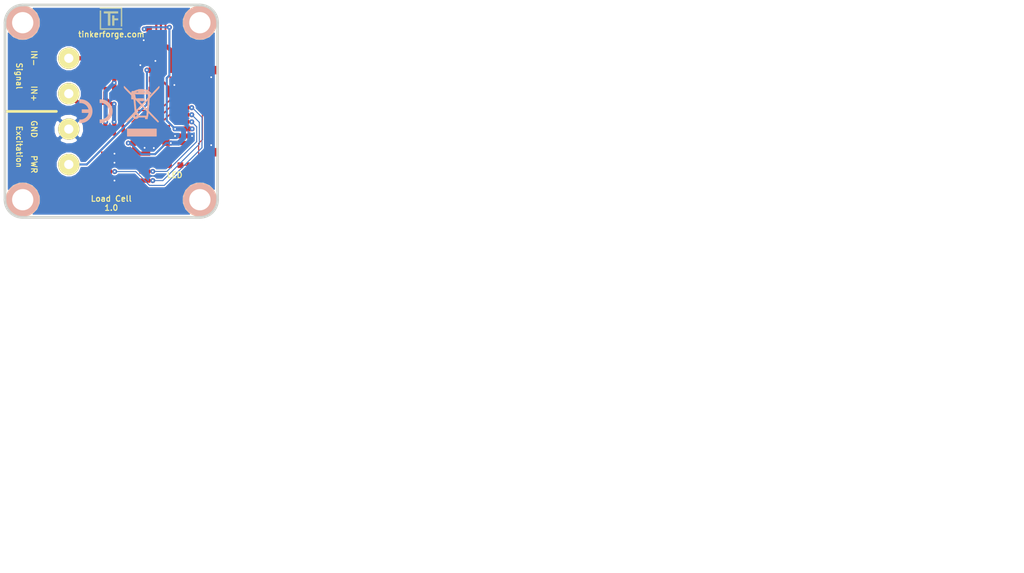
<source format=kicad_pcb>
(kicad_pcb (version 4) (host pcbnew 4.0.2+dfsg1-stable)
  (title_block (title "Analog Out Bricklet") (date "24 Feb 2015") (rev 2.0) (company "Tinkerforge GmbH") (comment 1 "Licensed under CERN OHL v.1.1") (comment 2 "Copyright (©) 2015, B.Nordmeyer <bastian@tinkerforge.com>"))
  (layers (0 Vorderseite signal) (31 Rückseite signal hide) (34 B.Paste user) (35 F.Paste user) (36 B.SilkS user) (37 F.SilkS user) (38 B.Mask user) (39 F.Mask user) (44 Edge.Cuts user))
  (net 0 "")
  (net 1 SCL)
  (net 2 SDA)
  (net 3 AGND)
  (net 4 3V3)
  (net 5 "Net-(P1-Pad6)")
  (net 6 "Net-(D1-Pad1)")
  (net 7 "Net-(P1-Pad7)")
  (net 8 "Net-(P1-Pad8)")
  (net 9 "Net-(P1-Pad9)")
  (net 10 "Net-(P1-Pad10)")
  (net 11 +5V)
  (net 12 "Net-(L1-Pad1)")
  (net 13 +5VA)
  (net 14 "Net-(P2-Pad1)")
  (net 15 "Net-(P2-Pad2)")
  (net 16 "Net-(P1-Pad1)")
  (net 17 "Net-(U1-Pad7)")
  (net 18 "Net-(U3-Pad2)")
  (net 19 "Net-(U3-Pad6)")
  (net 20 "Net-(U3-Pad13)")
  (module kicad-libraries:R0603 (layer Vorderseite) (at 164.9 107.7)
    (fp_text reference R1)
    (fp_text value 1k)
    (pad 1 smd rect (at -0.8001 0) (size 0.8001 0.8001) (layers Vorderseite F.Paste F.Mask) (net 6 "Net-(D1-Pad1)"))
    (pad 2 smd rect (at 0.8001 0) (size 0.8001 0.8001) (layers Vorderseite F.Paste F.Mask) (net 10 "Net-(P1-Pad10)"))
  )
  (module kicad-libraries:C0603 (layer Vorderseite) (at 160.85 94.275)
    (fp_text reference L2)
    (fp_text value FB0603-2)
    (pad 1 smd rect (at -0.8001 0) (size 0.8001 0.8001) (layers Vorderseite F.Paste F.Mask) (net 13 +5VA))
    (pad 2 smd rect (at 0.8001 0) (size 0.8001 0.8001) (layers Vorderseite F.Paste F.Mask) (net 11 +5V))
  )
  (module kicad-libraries:C0805 (layer Vorderseite) (at 159.725 86.675 180)
    (fp_text reference L1)
    (fp_text value 1µH)
    (pad 1 smd rect (at -1.00076 0 180) (size 1.00076 1.24968) (layers Vorderseite F.Paste F.Mask) (net 12 "Net-(L1-Pad1)") (clearance 0.14986))
    (pad 2 smd rect (at 1.00076 0 180) (size 1.00076 1.24968) (layers Vorderseite F.Paste F.Mask) (net 4 3V3) (clearance 0.14986))
  )
  (module kicad-libraries:C0603 (layer Vorderseite) (at 157.95 94.275 180)
    (fp_text reference C8)
    (fp_text value 1µF)
    (pad 1 smd rect (at -0.8001 0 180) (size 0.8001 0.8001) (layers Vorderseite F.Paste F.Mask) (net 13 +5VA))
    (pad 2 smd rect (at 0.8001 0 180) (size 0.8001 0.8001) (layers Vorderseite F.Paste F.Mask) (net 3 AGND))
  )
  (module kicad-libraries:C0603 (layer Vorderseite) (at 157.95 95.575 180)
    (fp_text reference C7)
    (fp_text value 100nF)
    (pad 1 smd rect (at -0.8001 0 180) (size 0.8001 0.8001) (layers Vorderseite F.Paste F.Mask) (net 13 +5VA))
    (pad 2 smd rect (at 0.8001 0 180) (size 0.8001 0.8001) (layers Vorderseite F.Paste F.Mask) (net 3 AGND))
  )
  (module kicad-libraries:C0603 (layer Vorderseite) (at 159.85 104.575)
    (fp_text reference C6)
    (fp_text value 100nF)
    (pad 1 smd rect (at -0.8001 0) (size 0.8001 0.8001) (layers Vorderseite F.Paste F.Mask) (net 3 AGND))
    (pad 2 smd rect (at 0.8001 0) (size 0.8001 0.8001) (layers Vorderseite F.Paste F.Mask) (net 4 3V3))
  )
  (module kicad-libraries:C0603 (layer Vorderseite) (at 160.85 95.575 180)
    (fp_text reference C5)
    (fp_text value 100nF)
    (pad 1 smd rect (at -0.8001 0 180) (size 0.8001 0.8001) (layers Vorderseite F.Paste F.Mask) (net 3 AGND))
    (pad 2 smd rect (at 0.8001 0 180) (size 0.8001 0.8001) (layers Vorderseite F.Paste F.Mask) (net 13 +5VA))
  )
  (module kicad-libraries:C0603 (layer Vorderseite) (at 160.85 92.975 180)
    (fp_text reference C4)
    (fp_text value 100nF)
    (pad 1 smd rect (at -0.8001 0 180) (size 0.8001 0.8001) (layers Vorderseite F.Paste F.Mask) (net 11 +5V))
    (pad 2 smd rect (at 0.8001 0 180) (size 0.8001 0.8001) (layers Vorderseite F.Paste F.Mask) (net 3 AGND))
  )
  (module kicad-libraries:C0603 (layer Vorderseite) (at 160.85 91.675)
    (fp_text reference C3)
    (fp_text value 4.7µF)
    (pad 1 smd rect (at -0.8001 0) (size 0.8001 0.8001) (layers Vorderseite F.Paste F.Mask) (net 3 AGND))
    (pad 2 smd rect (at 0.8001 0) (size 0.8001 0.8001) (layers Vorderseite F.Paste F.Mask) (net 11 +5V))
  )
  (module kicad-libraries:C0603 (layer Vorderseite) (at 156.95 104.575)
    (fp_text reference C2)
    (fp_text value 100nF)
    (pad 1 smd rect (at -0.8001 0) (size 0.8001 0.8001) (layers Vorderseite F.Paste F.Mask) (net 4 3V3))
    (pad 2 smd rect (at 0.8001 0) (size 0.8001 0.8001) (layers Vorderseite F.Paste F.Mask) (net 3 AGND))
  )
  (module kicad-libraries:C0603 (layer Vorderseite) (at 158.375 89.25 90)
    (fp_text reference C1)
    (fp_text value 2.2µF)
    (pad 1 smd rect (at -0.8001 0 90) (size 0.8001 0.8001) (layers Vorderseite F.Paste F.Mask) (net 3 AGND))
    (pad 2 smd rect (at 0.8001 0 90) (size 0.8001 0.8001) (layers Vorderseite F.Paste F.Mask) (net 4 3V3))
  )
  (module kicad-libraries:WEEE_7mm (layer Rückseite) (at 157.35 100.075 180)
    (fp_text reference G*** hide)
    (fp_text value LOGO hide)
  )
  (module kicad-libraries:Fiducial_Mark (layer Vorderseite) (at 160.55 113.575)
    (fp_text reference Fiducial_Mark hide)
    (fp_text value VAL** hide)
    (pad 1 smd circle (at 0 0) (size 1.00076 1.00076) (layers Vorderseite F.Paste F.Mask) (clearance 0.65024))
  )
  (module kicad-libraries:Fiducial_Mark (layer Vorderseite) (at 145.55 86.575)
    (fp_text reference Fiducial_Mark hide)
    (fp_text value VAL** hide)
    (pad 1 smd circle (at 0 0) (size 1.00076 1.00076) (layers Vorderseite F.Paste F.Mask) (clearance 0.65024))
  )
  (module kicad-libraries:DRILL_NP (layer Vorderseite) (at 165.55 87.575)
    (fp_text reference U7 hide)
    (fp_text value DRILL hide)
    (pad "" np_thru_hole circle (at 0 0) (size 2.99974 2.99974) (drill 2.99974) (layers *.Cu *.Mask F.SilkS) (clearance 0.89916))
  )
  (module kicad-libraries:DRILL_NP (layer Vorderseite) (at 140.55 87.575)
    (fp_text reference U6 hide)
    (fp_text value DRILL hide)
    (pad "" np_thru_hole circle (at 0 0) (size 2.99974 2.99974) (drill 2.99974) (layers *.Cu *.Mask F.SilkS) (clearance 0.89916))
  )
  (module kicad-libraries:DRILL_NP (layer Vorderseite) (at 140.55 112.575)
    (fp_text reference U5 hide)
    (fp_text value DRILL hide)
    (pad "" np_thru_hole circle (at 0 0) (size 2.99974 2.99974) (drill 2.99974) (layers *.Cu *.Mask F.SilkS) (clearance 0.89916))
  )
  (module kicad-libraries:DRILL_NP (layer Vorderseite) (at 165.55 112.575)
    (fp_text reference U4 hide)
    (fp_text value DRILL hide)
    (pad "" np_thru_hole circle (at 0 0) (size 2.99974 2.99974) (drill 2.99974) (layers *.Cu *.Mask F.SilkS) (clearance 0.89916))
  )
  (module kicad-libraries:SOIC8 (layer Vorderseite) (at 155.075 107.975 270)
    (fp_text reference U1)
    (fp_text value M24C64)
    (pad 1 smd rect (at -1.90246 2.69748 90) (size 0.59944 1.5494) (layers Vorderseite F.Paste F.Mask) (net 3 AGND))
    (pad 2 smd rect (at -0.63246 2.69748 90) (size 0.59944 1.5494) (layers Vorderseite F.Paste F.Mask) (net 3 AGND))
    (pad 3 smd rect (at 0.63246 2.69748 90) (size 0.59944 1.5494) (layers Vorderseite F.Paste F.Mask) (net 5 "Net-(P1-Pad6)"))
    (pad 4 smd rect (at 1.90246 2.69748 90) (size 0.59944 1.5494) (layers Vorderseite F.Paste F.Mask) (net 3 AGND))
    (pad 5 smd rect (at 1.90246 -2.69748 270) (size 0.59944 1.5494) (layers Vorderseite F.Paste F.Mask) (net 2 SDA))
    (pad 6 smd rect (at 0.63246 -2.69748 270) (size 0.59944 1.5494) (layers Vorderseite F.Paste F.Mask) (net 1 SCL))
    (pad 7 smd rect (at -0.63246 -2.69748 270) (size 0.59944 1.5494) (layers Vorderseite F.Paste F.Mask) (net 17 "Net-(U1-Pad7)"))
    (pad 8 smd rect (at -1.90246 -2.69748 270) (size 0.59944 1.5494) (layers Vorderseite F.Paste F.Mask) (net 4 3V3))
  )
  (module kicad-libraries:AKL_5_2 (layer Vorderseite) (at 147.05076 105.10012 90)
    (fp_text reference P3)
    (fp_text value AKL_5_2)
    (pad 1 thru_hole circle (at -2.49936 0 90) (size 2.99974 2.99974) (drill 1.30048) (layers *.Cu *.Mask F.SilkS) (net 13 +5VA))
    (pad 2 thru_hole circle (at 2.49936 0 90) (size 2.99974 2.99974) (drill 1.30048) (layers *.Cu *.Mask F.SilkS) (net 3 AGND))
  )
  (module kicad-libraries:AKL_5_2 (layer Vorderseite) (at 147.05076 95.10014 90)
    (fp_text reference P2)
    (fp_text value AKL_5_2)
    (pad 1 thru_hole circle (at -2.49936 0 90) (size 2.99974 2.99974) (drill 1.30048) (layers *.Cu *.Mask F.SilkS) (net 14 "Net-(P2-Pad1)"))
    (pad 2 thru_hole circle (at 2.49936 0 90) (size 2.99974 2.99974) (drill 1.30048) (layers *.Cu *.Mask F.SilkS) (net 15 "Net-(P2-Pad2)"))
  )
  (module kicad-libraries:CON-SENSOR (layer Vorderseite) (at 168.05 100.075 90)
    (fp_text reference P1)
    (fp_text value CON-SENSOR)
    (pad 1 smd rect (at -4.50088 -4.7752 90) (size 0.59944 1.5494) (layers Vorderseite F.Paste F.Mask) (net 16 "Net-(P1-Pad1)"))
    (pad 2 smd rect (at -3.50012 -4.7752 90) (size 0.59944 1.5494) (layers Vorderseite F.Paste F.Mask) (net 3 AGND))
    (pad 3 smd rect (at -2.49936 -4.7752 90) (size 0.59944 1.5494) (layers Vorderseite F.Paste F.Mask) (net 4 3V3))
    (pad 4 smd rect (at -1.50114 -4.7752 90) (size 0.59944 1.5494) (layers Vorderseite F.Paste F.Mask) (net 1 SCL))
    (pad 5 smd rect (at -0.50038 -4.7752 90) (size 0.59944 1.5494) (layers Vorderseite F.Paste F.Mask) (net 2 SDA))
    (pad 6 smd rect (at 0.50038 -4.7752 90) (size 0.59944 1.5494) (layers Vorderseite F.Paste F.Mask) (net 5 "Net-(P1-Pad6)"))
    (pad 7 smd rect (at 1.50114 -4.7752 90) (size 0.59944 1.5494) (layers Vorderseite F.Paste F.Mask) (net 7 "Net-(P1-Pad7)"))
    (pad 8 smd rect (at 2.49936 -4.7752 90) (size 0.59944 1.5494) (layers Vorderseite F.Paste F.Mask) (net 8 "Net-(P1-Pad8)"))
    (pad 9 smd rect (at 3.50012 -4.7752 90) (size 0.59944 1.5494) (layers Vorderseite F.Paste F.Mask) (net 9 "Net-(P1-Pad9)"))
    (pad 10 smd rect (at 4.50088 -4.7752 90) (size 0.59944 1.5494) (layers Vorderseite F.Paste F.Mask) (net 10 "Net-(P1-Pad10)"))
    (pad EP smd rect (at -5.79882 -0.89916 90) (size 1.19888 1.80086) (layers Vorderseite F.Paste F.Mask) (net 3 AGND))
    (pad EP smd rect (at 5.79882 -0.89916 90) (size 1.19888 1.80086) (layers Vorderseite F.Paste F.Mask) (net 3 AGND))
  )
  (module kicad-libraries:D0603 (layer Vorderseite) (at 162 107.7 180)
    (fp_text reference D1)
    (fp_text value LED)
    (pad 1 smd rect (at -0.8001 0 180) (size 0.8001 0.8001) (layers Vorderseite F.Paste F.Mask) (net 6 "Net-(D1-Pad1)"))
    (pad 2 smd rect (at 0.8001 0 180) (size 0.8001 0.8001) (layers Vorderseite F.Paste F.Mask) (net 4 3V3))
  )
  (module kicad-libraries:CE_5mm (layer Rückseite) (at 150.85 100.075 180)
    (fp_text reference VAL hide)
    (fp_text value CE_5mm hide)
  )
  (module kicad-libraries:Logo_31x31 (layer Vorderseite) (at 151.425 85.4)
    (fp_text reference G*** hide)
    (fp_text value Logo_31x31 hide)
  )
  (module kicad-libraries:SOP16L (layer Vorderseite) (at 156.65 100.075 180)
    (fp_text reference U3)
    (fp_text value HX711)
    (pad 1 smd rect (at -4.445 2.7 180) (size 0.5 1.5) (layers Vorderseite F.Paste F.Mask) (net 13 +5VA) (clearance 0.14986))
    (pad 2 smd rect (at -3.175 2.7 180) (size 0.5 1.5) (layers Vorderseite F.Paste F.Mask) (net 18 "Net-(U3-Pad2)") (clearance 0.14986))
    (pad 3 smd rect (at -1.905 2.7 180) (size 0.5 1.5) (layers Vorderseite F.Paste F.Mask) (net 13 +5VA) (clearance 0.14986))
    (pad 4 smd rect (at -0.635 2.7 180) (size 0.5 1.5) (layers Vorderseite F.Paste F.Mask) (net 3 AGND) (clearance 0.14986))
    (pad 5 smd rect (at 0.635 2.7 180) (size 0.5 1.5) (layers Vorderseite F.Paste F.Mask) (net 3 AGND) (clearance 0.14986))
    (pad 6 smd rect (at 1.905 2.7 180) (size 0.5 1.5) (layers Vorderseite F.Paste F.Mask) (net 19 "Net-(U3-Pad6)") (clearance 0.14986))
    (pad 7 smd rect (at 3.175 2.7 180) (size 0.5 1.5) (layers Vorderseite F.Paste F.Mask) (net 15 "Net-(P2-Pad2)"))
    (pad 8 smd rect (at 4.445 2.7 180) (size 0.5 1.5) (layers Vorderseite F.Paste F.Mask) (net 14 "Net-(P2-Pad1)"))
    (pad 9 smd rect (at 4.445 -2.7 180) (size 0.5 1.5) (layers Vorderseite F.Paste F.Mask) (net 15 "Net-(P2-Pad2)"))
    (pad 10 smd rect (at 3.175 -2.7 180) (size 0.5 1.5) (layers Vorderseite F.Paste F.Mask) (net 14 "Net-(P2-Pad1)"))
    (pad 11 smd rect (at 1.905 -2.7 180) (size 0.5 1.5) (layers Vorderseite F.Paste F.Mask) (net 9 "Net-(P1-Pad9)"))
    (pad 12 smd rect (at 0.635 -2.7 180) (size 0.5 1.5) (layers Vorderseite F.Paste F.Mask) (net 8 "Net-(P1-Pad8)"))
    (pad 13 smd rect (at -0.635 -2.7 180) (size 0.5 1.5) (layers Vorderseite F.Paste F.Mask) (net 20 "Net-(U3-Pad13)"))
    (pad 14 smd rect (at -1.905 -2.7 180) (size 0.5 1.5) (layers Vorderseite F.Paste F.Mask) (net 3 AGND))
    (pad 15 smd rect (at -3.175 -2.7 180) (size 0.5 1.5) (layers Vorderseite F.Paste F.Mask) (net 7 "Net-(P1-Pad7)"))
    (pad 16 smd rect (at -4.445 -2.7 180) (size 0.5 1.5) (layers Vorderseite F.Paste F.Mask) (net 4 3V3))
  )
  (module kicad-libraries:UMLP_22 (layer Vorderseite) (at 160.05 89.275 180)
    (fp_text reference U2)
    (fp_text value FAN4860)
    (pad 3 smd rect (at -0.65 -1.05 180) (size 0.25 0.8) (layers Vorderseite F.Paste F.Mask) (net 11 +5V))
    (pad 2 smd rect (at 0 -1.05 180) (size 0.25 0.8) (layers Vorderseite F.Paste F.Mask) (net 11 +5V))
    (pad 1 smd rect (at 0.65 -1.05 180) (size 0.25 0.8) (layers Vorderseite F.Paste F.Mask) (net 3 AGND))
    (pad 4 smd rect (at -0.65 1.05 180) (size 0.25 0.8) (layers Vorderseite F.Paste F.Mask) (net 4 3V3))
    (pad 5 smd rect (at 0 1.05 180) (size 0.25 0.8) (layers Vorderseite F.Paste F.Mask) (net 12 "Net-(L1-Pad1)"))
    (pad 6 smd rect (at 0.65 1.05 180) (size 0.25 0.8) (layers Vorderseite F.Paste F.Mask) (net 4 3V3))
    (pad EP smd rect (at 0 0 180) (size 1.45 0.8) (layers Vorderseite F.Paste F.Mask) (net 3 AGND))
  )
  (gr_line (start 138.05 87.575) (end 138.05 112.575) (angle 90) (layer Edge.Cuts) (width 0.381))
  (gr_line (start 165.55 85.075) (end 140.55 85.075) (angle 90) (layer Edge.Cuts) (width 0.381))
  (gr_line (start 168.05 112.575) (end 168.05 87.575) (angle 90) (layer Edge.Cuts) (width 0.381))
  (gr_line (start 140.55 115.075) (end 165.55 115.075) (angle 90) (layer Edge.Cuts) (width 0.381))
  (gr_arc (start 140.55 112.575) (end 140.55 115.075) (angle 90) (layer Edge.Cuts) (width 0.381))
  (gr_arc (start 140.55 87.575) (end 138.05 87.575) (angle 90) (layer Edge.Cuts) (width 0.381))
  (gr_arc (start 165.55 87.575) (end 165.55 85.075) (angle 90) (layer Edge.Cuts) (width 0.381))
  (gr_arc (start 165.55 112.575) (end 168.05 112.575) (angle 90) (layer Edge.Cuts) (width 0.381))
  (gr_text Excitation (at 140.05 105.1 270) (layer F.SilkS) (effects (font (size 0.8 0.8))))
  (gr_text Signal (at 140.05 95.1 270) (layer F.SilkS) (effects (font (size 0.8 0.8))))
  (gr_line (start 145.3 100.1) (end 138.05 100.1) (angle 90) (layer F.SilkS) (width 0.381))
  (gr_text PWR (at 142.15 107.575 270) (layer F.SilkS) (effects (font (size 0.8001 0.8001) (thickness 0.14986))))
  (gr_text LED (at 162 109.1) (layer F.SilkS) (effects (font (size 0.8001 0.8001) (thickness 0.14986))))
  (gr_text "Load Cell\n1.0" (at 153.05 113.075) (layer F.SilkS) (effects (font (size 0.8 0.8))))
  (gr_text GND (at 142.15 102.6 270) (layer F.SilkS) (effects (font (size 0.8001 0.8001) (thickness 0.14986))))
  (gr_text IN+ (at 142.15 97.6 270) (layer F.SilkS) (effects (font (size 0.8001 0.8001) (thickness 0.14986))))
  (gr_text IN- (at 142.15 92.6 270) (layer F.SilkS) (effects (font (size 0.8001 0.8001) (thickness 0.14986))))
  (gr_text tinkerforge.com (at 153.05 89.225) (layer F.SilkS) (effects (font (size 0.8001 0.8001) (thickness 0.14986))))
  (segment (start 158.9 108.575) (end 160.9 108.575) (width 0.14986) (layer Rückseite) (net 1))
  (segment (start 164.39886 101.57614) (end 164.4 101.575) (width 0.14986) (layer Vorderseite) (net 1))
  (via (at 164.4 101.575) (size 0.70104) (layers Vorderseite Rückseite) (net 1))
  (segment (start 163.2748 101.57614) (end 164.39886 101.57614) (width 0.14986) (layer Vorderseite) (net 1))
  (segment (start 158.86754 108.60746) (end 158.9 108.575) (width 0.14986) (layer Vorderseite) (net 1))
  (via (at 158.9 108.575) (size 0.70104) (layers Vorderseite Rückseite) (net 1))
  (segment (start 158.86754 108.60746) (end 157.77248 108.60746) (width 0.14986) (layer Vorderseite) (net 1))
  (segment (start 165.1 102.275) (end 164.4 101.575) (width 0.14986) (layer Rückseite) (net 1))
  (segment (start 165.1 104.375) (end 165.1 102.275) (width 0.14986) (layer Rückseite) (net 1))
  (segment (start 160.9 108.575) (end 165.1 104.375) (width 0.14986) (layer Rückseite) (net 1))
  (segment (start 158.9 109.875) (end 160.325 109.875) (width 0.14986) (layer Rückseite) (net 2))
  (segment (start 164.39962 100.57538) (end 164.4 100.575) (width 0.14986) (layer Vorderseite) (net 2))
  (via (at 164.4 100.575) (size 0.70104) (layers Vorderseite Rückseite) (net 2))
  (segment (start 163.2748 100.57538) (end 164.39962 100.57538) (width 0.14986) (layer Vorderseite) (net 2))
  (segment (start 158.89754 109.87746) (end 158.9 109.875) (width 0.14986) (layer Vorderseite) (net 2))
  (via (at 158.9 109.875) (size 0.70104) (layers Vorderseite Rückseite) (net 2))
  (segment (start 158.89754 109.87746) (end 157.77248 109.87746) (width 0.14986) (layer Vorderseite) (net 2))
  (segment (start 165.475 101.65) (end 164.4 100.575) (width 0.14986) (layer Rückseite) (net 2))
  (segment (start 165.475 104.725) (end 165.475 101.65) (width 0.14986) (layer Rückseite) (net 2))
  (segment (start 160.325 109.875) (end 165.475 104.725) (width 0.14986) (layer Rückseite) (net 2))
  (segment (start 153.5 109.875) (end 145.675 109.875) (width 0.29972) (layer Rückseite) (net 3))
  (segment (start 144.425 105.22652) (end 147.05076 102.60076) (width 0.29972) (layer Rückseite) (net 3))
  (segment (start 144.425 108.625) (end 144.425 105.22652) (width 0.29972) (layer Rückseite) (net 3))
  (segment (start 145.675 109.875) (end 144.425 108.625) (width 0.29972) (layer Rückseite) (net 3))
  (segment (start 159.275 92.975) (end 159.275 102.8) (width 0.29972) (layer Rückseite) (net 3))
  (segment (start 159.275 102.8) (end 160.05 103.575) (width 0.29972) (layer Rückseite) (net 3))
  (segment (start 157.15 93.575) (end 157.675 93.575) (width 0.29972) (layer Rückseite) (net 3))
  (segment (start 157.675 93.575) (end 158.6125 92.6375) (width 0.29972) (layer Rückseite) (net 3))
  (segment (start 159.275 92.975) (end 158.95 92.975) (width 0.29972) (layer Rückseite) (net 3))
  (segment (start 158.95 92.975) (end 158.6125 92.6375) (width 0.29972) (layer Rückseite) (net 3))
  (segment (start 160.0499 92.975) (end 159.275 92.975) (width 0.7) (layer Vorderseite) (net 3))
  (via (at 159.275 92.975) (size 0.70104) (layers Vorderseite Rückseite) (net 3))
  (segment (start 157.625 91.65) (end 157.625 90.05) (width 0.29972) (layer Rückseite) (net 3))
  (segment (start 158.6125 92.6375) (end 157.625 91.65) (width 0.29972) (layer Rückseite) (net 3))
  (segment (start 161.95 96.375) (end 161.95 87.6) (width 0.29972) (layer Rückseite) (net 3))
  (segment (start 161.95 87.6) (end 161.375 87.025) (width 0.29972) (layer Rückseite) (net 3))
  (segment (start 161.375 87.025) (end 157.75 87.025) (width 0.29972) (layer Rückseite) (net 3))
  (segment (start 157.75 87.025) (end 156.85 87.925) (width 0.29972) (layer Rückseite) (net 3))
  (segment (start 156.85 87.925) (end 156.85 89.275) (width 0.29972) (layer Rückseite) (net 3))
  (segment (start 156.85 89.275) (end 157.625 90.05) (width 0.29972) (layer Rückseite) (net 3))
  (segment (start 157.6251 90.0501) (end 158.375 90.0501) (width 0.29972) (layer Vorderseite) (net 3))
  (via (at 157.625 90.05) (size 0.70104) (layers Vorderseite Rückseite) (net 3))
  (segment (start 157.625 90.05) (end 157.6251 90.0501) (width 0.29972) (layer Vorderseite) (net 3))
  (segment (start 167.15 95.275) (end 163.05 95.275) (width 0.29972) (layer Rückseite) (net 3))
  (segment (start 161.6501 96.0751) (end 161.6501 95.575) (width 0.59944) (layer Vorderseite) (net 3))
  (via (at 161.95 96.375) (size 0.70104) (layers Vorderseite Rückseite) (net 3))
  (segment (start 161.6501 96.0751) (end 161.95 96.375) (width 0.59944) (layer Vorderseite) (net 3))
  (segment (start 163.05 95.275) (end 161.95 96.375) (width 0.29972) (layer Rückseite) (net 3))
  (segment (start 153.5 109.875) (end 153.05 109.875) (width 0.29972) (layer Rückseite) (net 3))
  (segment (start 153.49754 109.87746) (end 153.5 109.875) (width 0.14986) (layer Vorderseite) (net 3))
  (via (at 153.5 109.875) (size 0.70104) (layers Vorderseite Rückseite) (net 3))
  (segment (start 152.37752 109.87746) (end 153.49754 109.87746) (width 0.14986) (layer Vorderseite) (net 3))
  (segment (start 152.525 108.325) (end 153.5 107.35) (width 0.29972) (layer Rückseite) (net 3))
  (segment (start 152.525 109.35) (end 152.525 108.325) (width 0.29972) (layer Rückseite) (net 3))
  (segment (start 153.05 109.875) (end 152.525 109.35) (width 0.29972) (layer Rückseite) (net 3))
  (segment (start 153.5 106.075) (end 153.5 107.35) (width 0.29972) (layer Rückseite) (net 3))
  (segment (start 153.49254 107.34254) (end 153.5 107.35) (width 0.14986) (layer Vorderseite) (net 3))
  (via (at 153.5 107.35) (size 0.70104) (layers Vorderseite Rückseite) (net 3))
  (segment (start 153.49254 107.34254) (end 152.37752 107.34254) (width 0.14986) (layer Vorderseite) (net 3))
  (segment (start 157.75 105.25) (end 156.25 103.75) (width 0.29972) (layer Rückseite) (net 3))
  (segment (start 153.49754 106.07254) (end 153.5 106.075) (width 0.14986) (layer Vorderseite) (net 3))
  (via (at 153.5 106.075) (size 0.70104) (layers Vorderseite Rückseite) (net 3))
  (segment (start 153.49754 106.07254) (end 152.37752 106.07254) (width 0.14986) (layer Vorderseite) (net 3))
  (segment (start 153.5 105.375) (end 153.5 106.075) (width 0.29972) (layer Rückseite) (net 3))
  (segment (start 155.125 103.75) (end 153.5 105.375) (width 0.29972) (layer Rückseite) (net 3))
  (segment (start 156.25 103.75) (end 155.125 103.75) (width 0.29972) (layer Rückseite) (net 3))
  (segment (start 159.05 105.275) (end 157.775 105.275) (width 0.29972) (layer Rückseite) (net 3))
  (segment (start 157.7501 105.2499) (end 157.75 105.25) (width 0.29972) (layer Vorderseite) (net 3))
  (via (at 157.75 105.25) (size 0.70104) (layers Vorderseite Rückseite) (net 3))
  (segment (start 157.7501 105.2499) (end 157.7501 104.575) (width 0.29972) (layer Vorderseite) (net 3))
  (segment (start 157.775 105.275) (end 157.75 105.25) (width 0.29972) (layer Rückseite) (net 3))
  (segment (start 160.0499 91.675) (end 160.0499 92.975) (width 0.7) (layer Vorderseite) (net 3))
  (segment (start 159.4 90.325) (end 159.4 89.925) (width 0.29972) (layer Vorderseite) (net 3))
  (segment (start 159.4 89.925) (end 160.05 89.275) (width 0.29972) (layer Vorderseite) (net 3))
  (segment (start 158.375 90.0501) (end 159.1251 90.0501) (width 0.29972) (layer Vorderseite) (net 3))
  (segment (start 159.1251 90.0501) (end 159.4 90.325) (width 0.29972) (layer Vorderseite) (net 3))
  (segment (start 160.0499 91.675) (end 160.0499 91.5999) (width 0.29972) (layer Vorderseite) (net 3))
  (segment (start 160.0499 91.5999) (end 159.4 90.95) (width 0.29972) (layer Vorderseite) (net 3))
  (segment (start 159.4 90.95) (end 159.4 90.325) (width 0.29972) (layer Vorderseite) (net 3))
  (segment (start 157.1499 93.5751) (end 157.1499 94.275) (width 0.59944) (layer Vorderseite) (net 3))
  (segment (start 157.1499 93.5751) (end 157.15 93.575) (width 0.59944) (layer Vorderseite) (net 3))
  (segment (start 162.05012 103.57512) (end 162.05 103.575) (width 0.7) (layer Vorderseite) (net 3))
  (segment (start 163.2748 103.57512) (end 162.05012 103.57512) (width 0.7) (layer Vorderseite) (net 3))
  (segment (start 162.05 103.575) (end 160.05 103.575) (width 0.29972) (layer Rückseite) (net 3))
  (via (at 162.05 103.575) (size 0.70104) (layers Vorderseite Rückseite) (net 3))
  (via (at 157.15 93.575) (size 0.70104) (layers Vorderseite Rückseite) (net 3))
  (segment (start 160.05 103.575) (end 159.05 104.575) (width 0.29972) (layer Rückseite) (net 3))
  (segment (start 159.05 104.575) (end 159.05 105.275) (width 0.29972) (layer Rückseite) (net 3))
  (via (at 159.05 105.275) (size 0.70104) (layers Vorderseite Rückseite) (net 3))
  (segment (start 157.1499 95.575) (end 157.1499 94.275) (width 0.59944) (layer Vorderseite) (net 3))
  (segment (start 157.285 96.41) (end 157.1499 96.2749) (width 0.29972) (layer Vorderseite) (net 3))
  (segment (start 157.1499 96.2749) (end 157.1499 95.575) (width 0.29972) (layer Vorderseite) (net 3))
  (segment (start 157.285 97.375) (end 157.285 96.41) (width 0.29972) (layer Vorderseite) (net 3))
  (segment (start 156.95 95.575) (end 157.1499 95.575) (width 0.29972) (layer Vorderseite) (net 3))
  (segment (start 156.015 96.51) (end 156.95 95.575) (width 0.29972) (layer Vorderseite) (net 3))
  (segment (start 156.015 97.375) (end 156.015 96.51) (width 0.29972) (layer Vorderseite) (net 3))
  (segment (start 158.555 104.0801) (end 159.0499 104.575) (width 0.59944) (layer Vorderseite) (net 3))
  (segment (start 158.555 102.775) (end 158.555 104.0801) (width 0.59944) (layer Vorderseite) (net 3))
  (segment (start 159.0499 105.2749) (end 159.0499 104.575) (width 0.59944) (layer Vorderseite) (net 3))
  (via (at 167.15 104.875) (size 0.70104) (layers Vorderseite Rückseite) (net 3))
  (segment (start 167.15 104.875) (end 167.15084 104.87584) (width 0.29972) (layer Vorderseite) (net 3))
  (segment (start 167.15084 104.87584) (end 167.15084 105.87382) (width 0.29972) (layer Vorderseite) (net 3))
  (segment (start 163.2748 103.57512) (end 164.44988 103.57512) (width 0.7) (layer Vorderseite) (net 3))
  (via (at 164.45 103.575) (size 0.70104) (layers Vorderseite Rückseite) (net 3))
  (segment (start 164.44988 103.57512) (end 164.45 103.575) (width 0.7) (layer Vorderseite) (net 3))
  (via (at 167.15 95.275) (size 0.70104) (layers Vorderseite Rückseite) (net 3))
  (segment (start 167.15 95.275) (end 167.15084 95.27416) (width 0.29972) (layer Vorderseite) (net 3))
  (segment (start 167.15084 95.27416) (end 167.15084 94.27618) (width 0.29972) (layer Vorderseite) (net 3))
  (segment (start 167.15 104.875) (end 167.15 95.275) (width 0.29972) (layer Rückseite) (net 3))
  (segment (start 159.0499 105.2749) (end 159.05 105.275) (width 0.59944) (layer Vorderseite) (net 3))
  (segment (start 161.25 88.225) (end 161.25 95.025) (width 0.29972) (layer Rückseite) (net 4))
  (segment (start 160.875 101.4) (end 162.05 102.575) (width 0.29972) (layer Rückseite) (net 4))
  (segment (start 160.875 95.4) (end 160.875 101.4) (width 0.29972) (layer Rückseite) (net 4))
  (segment (start 161.25 95.025) (end 160.875 95.4) (width 0.29972) (layer Rückseite) (net 4))
  (segment (start 161.25 88.225) (end 157.95 88.225) (width 0.29972) (layer Rückseite) (net 4))
  (segment (start 157.7251 88.4499) (end 157.7 88.475) (width 0.29972) (layer Vorderseite) (net 4))
  (via (at 157.7 88.475) (size 0.70104) (layers Vorderseite Rückseite) (net 4))
  (segment (start 158.375 88.4499) (end 157.7251 88.4499) (width 0.29972) (layer Vorderseite) (net 4))
  (via (at 161.25 88.225) (size 0.70104) (layers Vorderseite Rückseite) (net 4))
  (segment (start 161.25 88.225) (end 160.7 88.225) (width 0.29972) (layer Vorderseite) (net 4))
  (segment (start 157.95 88.225) (end 157.7 88.475) (width 0.29972) (layer Rückseite) (net 4))
  (segment (start 155.45 104.575) (end 155.75 104.575) (width 0.29972) (layer Rückseite) (net 4))
  (via (at 155.45 104.575) (size 0.70104) (layers Vorderseite Rückseite) (net 4))
  (segment (start 156.1499 104.575) (end 155.45 104.575) (width 0.29972) (layer Vorderseite) (net 4))
  (segment (start 160.8 104.575) (end 161.45 104.575) (width 0.29972) (layer Rückseite) (net 4))
  (segment (start 159.225 106.15) (end 160.8 104.575) (width 0.29972) (layer Rückseite) (net 4))
  (segment (start 157.325 106.15) (end 159.225 106.15) (width 0.29972) (layer Rückseite) (net 4))
  (segment (start 155.75 104.575) (end 157.325 106.15) (width 0.29972) (layer Rückseite) (net 4))
  (segment (start 157.77248 106.07254) (end 156.94754 106.07254) (width 0.29972) (layer Vorderseite) (net 4))
  (segment (start 156.1499 105.2749) (end 156.1499 104.575) (width 0.29972) (layer Vorderseite) (net 4))
  (segment (start 156.94754 106.07254) (end 156.1499 105.2749) (width 0.29972) (layer Vorderseite) (net 4))
  (segment (start 161.1999 107.7) (end 161.1999 104.8251) (width 0.14986) (layer Vorderseite) (net 4))
  (segment (start 161.1999 104.8251) (end 161.45 104.575) (width 0.14986) (layer Vorderseite) (net 4))
  (segment (start 159.4 88.225) (end 159.4 87.35076) (width 0.29972) (layer Vorderseite) (net 4))
  (segment (start 159.4 87.35076) (end 158.72424 86.675) (width 0.29972) (layer Vorderseite) (net 4))
  (segment (start 159.4 88.225) (end 158.5999 88.225) (width 0.29972) (layer Vorderseite) (net 4))
  (segment (start 158.5999 88.225) (end 158.375 88.4499) (width 0.29972) (layer Vorderseite) (net 4))
  (segment (start 161.095 104.1301) (end 160.6501 104.575) (width 0.29972) (layer Vorderseite) (net 4))
  (segment (start 161.45 104.575) (end 160.6501 104.575) (width 0.7) (layer Vorderseite) (net 4))
  (segment (start 161.095 102.775) (end 161.095 104.1301) (width 0.29972) (layer Vorderseite) (net 4))
  (segment (start 164.44936 102.57436) (end 164.45 102.575) (width 0.7) (layer Vorderseite) (net 4))
  (via (at 164.45 102.575) (size 0.70104) (layers Vorderseite Rückseite) (net 4))
  (segment (start 163.2748 102.57436) (end 164.44936 102.57436) (width 0.7) (layer Vorderseite) (net 4))
  (segment (start 163.2748 102.57436) (end 162.05064 102.57436) (width 0.7) (layer Vorderseite) (net 4))
  (segment (start 162.05064 102.57436) (end 162.05 102.575) (width 0.7) (layer Vorderseite) (net 4))
  (via (at 162.05 102.575) (size 0.70104) (layers Vorderseite Rückseite) (net 4))
  (segment (start 161.45 104.575) (end 162.55 104.575) (width 0.7) (layer Rückseite) (net 4))
  (segment (start 163.25 102.775) (end 163.05 102.575) (width 0.7) (layer Rückseite) (net 4))
  (segment (start 163.05 102.575) (end 162.05 102.575) (width 0.7) (layer Rückseite) (net 4))
  (segment (start 163.25 103.875) (end 163.25 102.775) (width 0.7) (layer Rückseite) (net 4))
  (segment (start 162.55 104.575) (end 163.25 103.875) (width 0.7) (layer Rückseite) (net 4))
  (via (at 161.45 104.575) (size 0.70104) (layers Vorderseite Rückseite) (net 4))
  (segment (start 164.4 99.575) (end 164.475 99.575) (width 0.14986) (layer Rückseite) (net 5))
  (segment (start 164.39962 99.57462) (end 164.4 99.575) (width 0.14986) (layer Vorderseite) (net 5))
  (via (at 164.4 99.575) (size 0.70104) (layers Vorderseite Rückseite) (net 5))
  (segment (start 163.2748 99.57462) (end 164.39962 99.57462) (width 0.14986) (layer Vorderseite) (net 5))
  (segment (start 153.51754 108.60746) (end 153.525 108.6) (width 0.14986) (layer Vorderseite) (net 5))
  (via (at 153.525 108.6) (size 0.70104) (layers Vorderseite Rückseite) (net 5))
  (segment (start 153.51754 108.60746) (end 152.37752 108.60746) (width 0.14986) (layer Vorderseite) (net 5))
  (segment (start 156.5 108.6) (end 153.525 108.6) (width 0.14986) (layer Rückseite) (net 5))
  (segment (start 158.45 110.55) (end 156.5 108.6) (width 0.14986) (layer Rückseite) (net 5))
  (segment (start 160.525 110.55) (end 158.45 110.55) (width 0.14986) (layer Rückseite) (net 5))
  (segment (start 165.85 105.225) (end 160.525 110.55) (width 0.14986) (layer Rückseite) (net 5))
  (segment (start 165.85 100.95) (end 165.85 105.225) (width 0.14986) (layer Rückseite) (net 5))
  (segment (start 164.475 99.575) (end 165.85 100.95) (width 0.14986) (layer Rückseite) (net 5))
  (segment (start 164.0999 107.7) (end 162.8001 107.7) (width 0.14986) (layer Vorderseite) (net 6))
  (segment (start 162.55114 98.57386) (end 162.25 98.875) (width 0.2) (layer Vorderseite) (net 7))
  (segment (start 162.25 98.875) (end 162.25 99.575) (width 0.2) (layer Vorderseite) (net 7))
  (segment (start 162.25 99.575) (end 159.825 102) (width 0.2) (layer Vorderseite) (net 7))
  (segment (start 159.825 102) (end 159.825 102.775) (width 0.2) (layer Vorderseite) (net 7))
  (segment (start 163.2748 98.57386) (end 162.55114 98.57386) (width 0.2) (layer Vorderseite) (net 7))
  (segment (start 156.75 100.875) (end 156.015 101.61) (width 0.2) (layer Vorderseite) (net 8))
  (segment (start 159.95 100.875) (end 156.75 100.875) (width 0.2) (layer Vorderseite) (net 8))
  (segment (start 156.015 101.61) (end 156.015 102.775) (width 0.2) (layer Vorderseite) (net 8))
  (segment (start 161.85 98.975) (end 159.95 100.875) (width 0.2) (layer Vorderseite) (net 8))
  (segment (start 161.85 98.475) (end 161.85 98.975) (width 0.2) (layer Vorderseite) (net 8))
  (segment (start 162.74936 97.57564) (end 161.85 98.475) (width 0.2) (layer Vorderseite) (net 8))
  (segment (start 163.2748 97.57564) (end 162.74936 97.57564) (width 0.2) (layer Vorderseite) (net 8))
  (segment (start 156.05 99.975) (end 154.745 101.28) (width 0.2) (layer Vorderseite) (net 9))
  (segment (start 159.85 99.975) (end 156.05 99.975) (width 0.2) (layer Vorderseite) (net 9))
  (segment (start 162.05 97.775) (end 159.85 99.975) (width 0.2) (layer Vorderseite) (net 9))
  (segment (start 162.05 97.175) (end 162.05 97.775) (width 0.2) (layer Vorderseite) (net 9))
  (segment (start 162.65012 96.57488) (end 162.05 97.175) (width 0.2) (layer Vorderseite) (net 9))
  (segment (start 163.2748 96.57488) (end 162.65012 96.57488) (width 0.2) (layer Vorderseite) (net 9))
  (segment (start 154.745 101.28) (end 154.745 102.775) (width 0.2) (layer Vorderseite) (net 9))
  (segment (start 163.2748 95.57412) (end 164.32412 95.57412) (width 0.14986) (layer Vorderseite) (net 10))
  (segment (start 165.7001 107.1001) (end 165.7001 107.7) (width 0.14986) (layer Vorderseite) (net 10))
  (segment (start 165.375 106.775) (end 165.7001 107.1001) (width 0.14986) (layer Vorderseite) (net 10))
  (segment (start 165.375 104.625) (end 165.375 106.775) (width 0.14986) (layer Vorderseite) (net 10))
  (segment (start 165.9 104.1) (end 165.375 104.625) (width 0.14986) (layer Vorderseite) (net 10))
  (segment (start 165.9 97.15) (end 165.9 104.1) (width 0.14986) (layer Vorderseite) (net 10))
  (segment (start 164.32412 95.57412) (end 165.9 97.15) (width 0.14986) (layer Vorderseite) (net 10))
  (segment (start 161.6501 94.275) (end 161.6501 92.975) (width 0.59944) (layer Vorderseite) (net 11))
  (segment (start 161.6501 91.675) (end 161.6501 92.975) (width 0.59944) (layer Vorderseite) (net 11))
  (segment (start 160.7 90.325) (end 160.7 90.725) (width 0.29972) (layer Vorderseite) (net 11))
  (segment (start 160.7 90.725) (end 160.925 90.95) (width 0.29972) (layer Vorderseite) (net 11))
  (segment (start 160.05 90.325) (end 160.05 90.6) (width 0.29972) (layer Vorderseite) (net 11))
  (segment (start 160.05 90.6) (end 160.4 90.95) (width 0.29972) (layer Vorderseite) (net 11))
  (segment (start 160.4 90.95) (end 160.925 90.95) (width 0.29972) (layer Vorderseite) (net 11))
  (segment (start 160.925 90.95) (end 160.9251 90.95) (width 0.29972) (layer Vorderseite) (net 11))
  (segment (start 160.9251 90.95) (end 161.6501 91.675) (width 0.59944) (layer Vorderseite) (net 11))
  (segment (start 160.05 88.225) (end 160.05 87.35076) (width 0.29972) (layer Vorderseite) (net 12))
  (segment (start 160.05 87.35076) (end 160.72576 86.675) (width 0.29972) (layer Vorderseite) (net 12))
  (segment (start 147.05076 107.59948) (end 149.57552 107.59948) (width 0.29972) (layer Rückseite) (net 13))
  (via (at 158.075 94.275) (size 0.70104) (layers Vorderseite Rückseite) (net 13))
  (segment (start 158.075 94.275) (end 158.7501 94.275) (width 0.7) (layer Vorderseite) (net 13))
  (segment (start 158.075 99.1) (end 158.075 94.275) (width 0.29972) (layer Rückseite) (net 13))
  (segment (start 149.57552 107.59948) (end 158.075 99.1) (width 0.29972) (layer Rückseite) (net 13))
  (segment (start 158.75 95.5749) (end 158.7501 95.575) (width 0.29972) (layer Vorderseite) (net 13))
  (segment (start 158.555 96.07) (end 158.555 97.375) (width 0.29972) (layer Vorderseite) (net 13))
  (segment (start 158.7501 95.8749) (end 158.555 96.07) (width 0.29972) (layer Vorderseite) (net 13))
  (segment (start 158.7501 95.575) (end 158.7501 95.8749) (width 0.29972) (layer Vorderseite) (net 13))
  (segment (start 161.095 97.375) (end 161.095 97.02) (width 0.29972) (layer Vorderseite) (net 13))
  (segment (start 158.75 94.2751) (end 158.75 95.5749) (width 0.59944) (layer Vorderseite) (net 13))
  (segment (start 160.0499 94.275) (end 160.05 94.275) (width 0.59944) (layer Vorderseite) (net 13))
  (segment (start 161.095 96.6201) (end 160.0499 95.575) (width 0.29972) (layer Vorderseite) (net 13))
  (segment (start 161.095 97.375) (end 161.095 96.6201) (width 0.29972) (layer Vorderseite) (net 13))
  (segment (start 160.0499 94.275) (end 158.7501 94.275) (width 0.59944) (layer Vorderseite) (net 13))
  (segment (start 158.75 94.575) (end 158.7501 94.275) (width 0.59944) (layer Vorderseite) (net 13))
  (segment (start 159.75 95.575) (end 158.75 94.575) (width 0.59944) (layer Vorderseite) (net 13))
  (segment (start 160.0499 95.575) (end 159.75 95.575) (width 0.59944) (layer Vorderseite) (net 13))
  (segment (start 152.205 97.375) (end 152.205 98.375) (width 0.59944) (layer Vorderseite) (net 14))
  (segment (start 153.475 101.6) (end 153.475 102.775) (width 0.59944) (layer Vorderseite) (net 14))
  (segment (start 153.45 101.575) (end 153.475 101.6) (width 0.59944) (layer Vorderseite) (net 14))
  (via (at 153.45 101.575) (size 0.70104) (layers Vorderseite Rückseite) (net 14))
  (segment (start 153.45 99.075) (end 153.45 101.575) (width 0.59944) (layer Rückseite) (net 14))
  (via (at 153.45 99.075) (size 0.70104) (layers Vorderseite Rückseite) (net 14))
  (segment (start 152.95 99.075) (end 153.45 99.075) (width 0.59944) (layer Vorderseite) (net 14))
  (segment (start 152.205 98.375) (end 152.205 98.52) (width 0.59944) (layer Vorderseite) (net 14))
  (segment (start 152.25 98.375) (end 152.95 99.075) (width 0.59944) (layer Vorderseite) (net 14))
  (segment (start 152.205 98.375) (end 152.25 98.375) (width 0.59944) (layer Vorderseite) (net 14))
  (segment (start 152.205 98.52) (end 151.85 98.875) (width 0.59944) (layer Vorderseite) (net 14))
  (segment (start 151.85 98.875) (end 148.32626 98.875) (width 0.59944) (layer Vorderseite) (net 14))
  (segment (start 148.32626 98.875) (end 147.05076 97.5995) (width 0.59944) (layer Vorderseite) (net 14))
  (segment (start 150.97578 92.60078) (end 153.475 95.1) (width 0.59944) (layer Vorderseite) (net 15))
  (segment (start 147.05076 92.60078) (end 150.97578 92.60078) (width 0.59944) (layer Vorderseite) (net 15))
  (segment (start 153.475 95.1) (end 153.475 97.375) (width 0.59944) (layer Vorderseite) (net 15))
  (segment (start 153.45 97.35) (end 153.475 97.375) (width 0.59944) (layer Vorderseite) (net 15))
  (segment (start 152.205 101.62) (end 152.25 101.575) (width 0.59944) (layer Vorderseite) (net 15))
  (via (at 152.25 101.575) (size 0.70104) (layers Vorderseite Rückseite) (net 15))
  (segment (start 152.25 101.575) (end 152.25 97.275) (width 0.59944) (layer Rückseite) (net 15))
  (segment (start 152.25 97.275) (end 153.45 96.075) (width 0.59944) (layer Rückseite) (net 15))
  (via (at 153.45 96.075) (size 0.70104) (layers Vorderseite Rückseite) (net 15))
  (segment (start 153.45 96.075) (end 153.45 97.35) (width 0.59944) (layer Vorderseite) (net 15))
  (segment (start 152.205 102.775) (end 152.205 101.62) (width 0.59944) (layer Vorderseite) (net 15))
  (zone (net 3) (net_name AGND) (layer Rückseite) (connect_pads (clearance 0.2)) (min_thickness 0.15) (fill yes (arc_segments 16) (thermal_gap 0.508) (thermal_bridge_width 0.508))
    (polygon (pts (xy 168.05 115.075) (xy 138.05 115.075) (xy 138.05 85.075) (xy 168.05 85.075)))
  )
)
</source>
